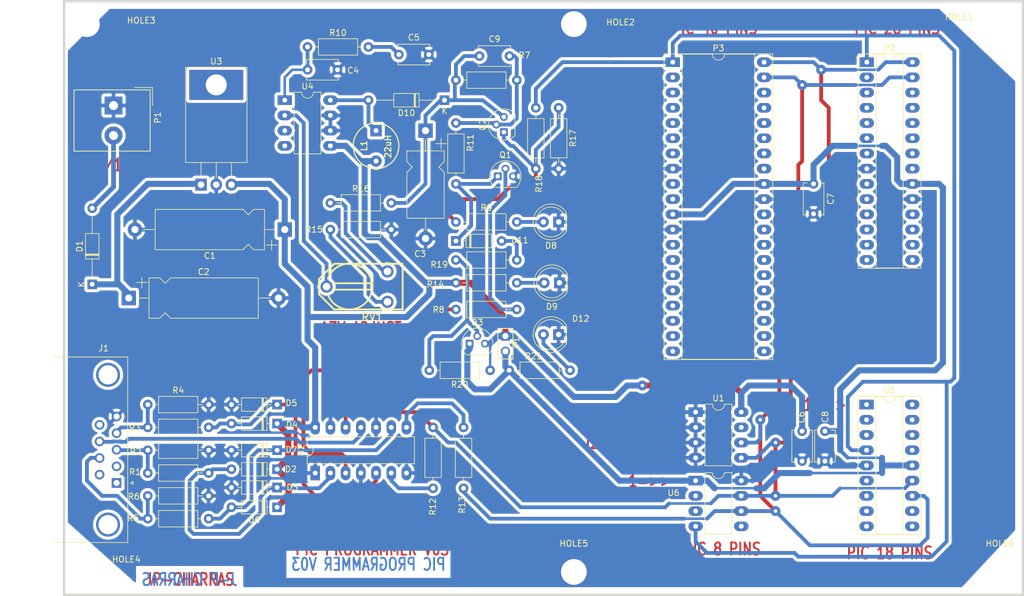
<source format=kicad_pcb>
(kicad_pcb (version 20220818) (generator pcbnew)
  (title_block (title "SERIAL PIC PROGRAMMER"))
  (layers (0 "F.Cu" signal "top_copper") (31 "B.Cu" signal "bottom_copper") (34 "B.Paste" user) (35 "F.Paste" user) (36 "B.SilkS" user "B.Silkscreen") (37 "F.SilkS" user "F.Silkscreen") (38 "B.Mask" user) (39 "F.Mask" user) (44 "Edge.Cuts" user))
  (net 0 "")
  (net 1 "Net-(D1-K)")
  (net 2 "Net-(U4-Vc)")
  (net 3 "GND")
  (net 4 "VCC")
  (net 5 "VPP")
  (net 6 "VCC_PIC")
  (net 7 "Net-(Q2-B)")
  (net 8 "/pic_programmer/PC-CLOCK-OUT")
  (net 9 "VPP-MCLR")
  (net 10 "CLOCK-RB6")
  (net 11 "DATA-RB7")
  (net 12 "Net-(D1-A)")
  (net 13 "Net-(D2-A)")
  (net 14 "Net-(C5-Pad1)")
  (net 15 "Net-(D4-A)")
  (net 16 "Net-(D6-A)")
  (net 17 "Net-(D8-A)")
  (net 18 "Net-(D9-A)")
  (net 19 "Net-(D10-A)")
  (net 20 "Net-(D11-K)")
  (net 21 "Net-(D11-A)")
  (net 22 "Net-(D12-A)")
  (net 25 "Net-(R8-Pad1)")
  (net 26 "Net-(R12-Pad1)")
  (net 27 "Net-(R13-Pad1)")
  (net 28 "Net-(R15-Pad1)")
  (net 29 "Net-(R16-Pad1)")
  (net 30 "Net-(Q1-B)")
  (net 31 "Net-(Q2-C)")
  (net 32 "/pic_programmer/VPP_ON")
  (net 33 "/pic_programmer/PC-DATA-OUT")
  (net 34 "/pic_programmer/PC-DATA-IN")
  (net 37 "Net-(Q3-B)")
  (net 38 "Net-(U4-FB+)")
  (footprint "Package_DIP:DIP-40_W15.24mm_Socket_LongPads" (layer "F.Cu") (at 175.26 50.8)
    (fp_text reference "P3")
    (fp_text value "SUPP40")
  )
  (footprint "pic_programmer_fp:MountingHole_4.3mm_M4_DIN965" (layer "F.Cu") (at 229.87 44.45)
    (fp_text reference "HOLE1")
    (fp_text value "P***")
  )
  (footprint "pic_programmer_fp:MountingHole_4.3mm_M4_DIN965" (layer "F.Cu") (at 229.87 135.89)
    (fp_text reference "HOLE6")
    (fp_text value "P***")
  )
  (footprint "pic_programmer_fp:MountingHole_4.3mm_M4_DIN965" (layer "F.Cu") (at 77.47 44.45)
    (fp_text reference "HOLE3")
    (fp_text value "P***")
  )
  (footprint "pic_programmer_fp:MountingHole_4.3mm_M4_DIN965" (layer "F.Cu") (at 77.47 135.89)
    (fp_text reference "HOLE4")
    (fp_text value "P***")
  )
  (footprint "pic_programmer_fp:MountingHole_4.3mm_M4_DIN965" (layer "F.Cu") (at 158.75 135.89)
    (fp_text reference "HOLE5")
    (fp_text value "P***")
  )
  (footprint "pic_programmer_fp:MountingHole_4.3mm_M4_DIN965" (layer "F.Cu") (at 158.75 44.45)
    (fp_text reference "HOLE2")
    (fp_text value "P***")
  )
  (footprint "Package_DIP:DIP-28_W7.62mm_Socket_LongPads" (layer "F.Cu") (at 207.645 50.8)
    (fp_text reference "P2")
    (fp_text value "SUPP28")
  )
  (footprint "Capacitor_THT:CP_Axial_L18.0mm_D6.5mm_P25.00mm_Horizontal" (layer "F.Cu") (at 110.49 78.74 180)
    (fp_text reference "C1")
    (fp_text value "100uF")
  )
  (footprint "Capacitor_THT:CP_Axial_L18.0mm_D6.5mm_P25.00mm_Horizontal" (layer "F.Cu") (at 84.455 90.17)
    (fp_text reference "C2")
    (fp_text value "220uF")
  )
  (footprint "Capacitor_THT:CP_Axial_L11.0mm_D6.0mm_P18.00mm_Horizontal" (layer "F.Cu") (at 133.985 62.23 -90)
    (fp_text reference "C3")
    (fp_text value "22uF/25V")
  )
  (footprint "Capacitor_THT:C_Disc_D5.1mm_W3.2mm_P5.00mm" (layer "F.Cu") (at 114.3 52.07)
    (fp_text reference "C4")
    (fp_text value "0")
  )
  (footprint "Capacitor_THT:C_Disc_D5.1mm_W3.2mm_P5.00mm" (layer "F.Cu") (at 129.54 49.53)
    (fp_text reference "C5")
    (fp_text value "10nF")
  )
  (footprint "Capacitor_THT:C_Disc_D5.1mm_W3.2mm_P5.00mm" (layer "F.Cu") (at 196.85 112.395 -90)
    (fp_text reference "C6")
    (fp_text value "100nF")
  )
  (footprint "Capacitor_THT:C_Disc_D5.1mm_W3.2mm_P5.00mm" (layer "F.Cu") (at 198.755 71.12 -90)
    (fp_text reference "C7")
    (fp_text value "100nF")
  )
  (footprint "Capacitor_THT:C_Disc_D5.1mm_W3.2mm_P5.00mm" (layer "F.Cu") (at 200.66 112.395 -90)
    (fp_text reference "C8")
    (fp_text value "100nF")
  )
  (footprint "Capacitor_THT:C_Disc_D5.1mm_W3.2mm_P5.00mm" (layer "F.Cu") (at 143.002 49.784)
    (fp_text reference "C9")
    (fp_text value "22OnF")
  )
  (footprint "Diode_THT:D_DO-35_SOD27_P12.70mm_Horizontal" (layer "F.Cu") (at 78.359 87.884 90)
    (fp_text reference "D1")
    (fp_text value "1N4004")
  )
  (footprint "pic_programmer_fp:D_DO-35_SOD27_P7.62mm_Horizontal" (layer "F.Cu") (at 109.22 118.745 180)
    (fp_text reference "D2")
    (fp_text value "BAT43")
  )
  (footprint "pic_programmer_fp:D_DO-35_SOD27_P7.62mm_Horizontal" (layer "F.Cu") (at 109.22 121.793 180)
    (fp_text reference "D3")
    (fp_text value "BAT43")
  )
  (footprint "pic_programmer_fp:D_DO-35_SOD27_P7.62mm_Horizontal" (layer "F.Cu") (at 109.22 111.125 180)
    (fp_text reference "D4")
    (fp_text value "BAT43")
  )
  (footprint "pic_programmer_fp:D_DO-35_SOD27_P7.62mm_Horizontal" (layer "F.Cu") (at 109.22 107.95 180)
    (fp_text reference "D5")
    (fp_text value "BAT43")
  )
  (footprint "pic_programmer_fp:D_DO-35_SOD27_P7.62mm_Horizontal" (layer "F.Cu") (at 109.22 125.095 180)
    (fp_text reference "D6")
    (fp_text value "BAT43")
  )
  (footprint "pic_programmer_fp:D_DO-35_SOD27_P7.62mm_Horizontal" (layer "F.Cu") (at 109.22 115.57 180)
    (fp_text reference "D7")
    (fp_text value "BAT43")
  )
  (footprint "LED_THT:LED_D5.0mm" (layer "F.Cu") (at 156.21 77.47 180)
    (fp_text reference "D8")
    (fp_text value "RED-LED")
  )
  (footprint "LED_THT:LED_D5.0mm" (layer "F.Cu") (at 156.337 87.63 180)
    (fp_text reference "D9")
    (fp_text value "GREEN-LED")
  )
  (footprint "Diode_THT:D_DO-35_SOD27_P12.70mm_Horizontal" (layer "F.Cu") (at 137.16 57.15 180)
    (fp_text reference "D10")
    (fp_text value "SCHOTTKY")
  )
  (footprint "pic_programmer_fp:D_DO-35_SOD27_P7.62mm_Horizontal" (layer "F.Cu") (at 139.065 80.645)
    (fp_text reference "D11")
    (fp_text value "BAT43")
  )
  (footprint "LED_THT:LED_D5.0mm" (layer "F.Cu") (at 156.21 96.266 180)
    (fp_text reference "D12")
    (fp_text value "YELLOW-LED")
  )
  (footprint "Connector_Dsub:DSUB-9_Female_Horizontal_P2.77x2.84mm_EdgePinOffset7.70mm_Housed_MountingHolesOffset9.12mm" (layer "F.Cu") (at 82.423 121.031 -90)
    (fp_text reference "J1")
    (fp_text value "DB9-FEMAL")
  )
  (footprint "pin_array:PIN_ARRAY_2X1" (layer "F.Cu") (at 147.32 97.79 -90)
    (fp_text reference "JP1")
    (fp_text value "JUMPER" hide)
  )
  (footprint "inductors:INDUCTOR_V" (layer "F.Cu") (at 125.73 64.77 -90)
    (fp_text reference "L1")
    (fp_text value "22uH")
  )
  (footprint "TerminalBlock_Altech:Altech_AK300_1x02_P5.00mm_45-Degree" (layer "F.Cu") (at 81.915 58.039 -90)
    (fp_text reference "P1")
    (fp_text value "CONN_2")
  )
  (footprint "pic_programmer_fp:TO-92" (layer "F.Cu") (at 146.05 69.85)
    (fp_text reference "Q1")
    (fp_text value "BC237")
  )
  (footprint "pic_programmer_fp:TO-92" (layer "F.Cu") (at 147.066 62.484 90)
    (fp_text reference "Q2")
    (fp_text value "BC307")
  )
  (footprint "pic_programmer_fp:TO-92" (layer "F.Cu") (at 141.351 97.79)
    (fp_text reference "Q3")
    (fp_text value "BC307")
  )
  (footprint "pic_programmer_fp:R_Axial_DIN0207_L6.3mm_D2.5mm_P10.16mm_Horizontal" (layer "F.Cu") (at 87.63 115.57)
    (fp_text reference "R2")
    (fp_text value "10K")
  )
  (footprint "pic_programmer_fp:R_Axial_DIN0207_L6.3mm_D2.5mm_P10.16mm_Horizontal" (layer "F.Cu") (at 87.63 111.76)
    (fp_text reference "R3")
    (fp_text value "10K")
  )
  (footprint "pic_programmer_fp:R_Axial_DIN0207_L6.3mm_D2.5mm_P10.16mm_Horizontal" (layer "F.Cu") (at 87.63 107.95)
    (fp_text reference "R4")
    (fp_text value "10K")
  )
  (footprint "pic_programmer_fp:R_Axial_DIN0207_L6.3mm_D2.5mm_P10.16mm_Horizontal" (layer "F.Cu") (at 87.63 127)
    (fp_text reference "R5")
    (fp_text value "10K")
  )
  (footprint "pic_programmer_fp:R_Axial_DIN0207_L6.3mm_D2.5mm_P10.16mm_Horizontal" (layer "F.Cu") (at 87.63 123.19)
    (fp_text reference "R6")
    (fp_text value "10K")
  )
  (footprint "pic_programmer_fp:R_Axial_DIN0207_L6.3mm_D2.5mm_P10.16mm_Horizontal" (layer "F.Cu") (at 139.065 53.7972)
    (fp_text reference "R7")
    (fp_text value "10K")
  )
  (footprint "pic_programmer_fp:R_Axial_DIN0207_L6.3mm_D2.5mm_P10.16mm_Horizontal" (layer "F.Cu") (at 139.065 92.075)
    (fp_text reference "R8")
    (fp_text value "1K")
  )
  (footprint "pic_programmer_fp:R_Axial_DIN0207_L6.3mm_D2.5mm_P10.16mm_Horizontal" (layer "F.Cu") (at 139.065 77.47)
    (fp_text reference "R9")
    (fp_text value "2.2K")
  )
  (footprint "pic_programmer_fp:R_Axial_DIN0207_L6.3mm_D2.5mm_P10.16mm_Horizontal" (layer "F.Cu") (at 114.3 48.26)
    (fp_text reference "R10")
    (fp_text value "5.1K")
  )
  (footprint "pic_programmer_fp:R_Axial_DIN0207_L6.3mm_D2.5mm_P10.16mm_Horizontal" (layer "F.Cu") (at 139.065 71.12 90)
    (fp_text reference "R11")
    (fp_text value "22K")
  )
  (footprint "pic_programmer_fp:R_Axial_DIN0207_L6.3mm_D2.5mm_P10.16mm_Horizontal" (layer "F.Cu") (at 135.255 121.92 90)
    (fp_text reference "R12")
    (fp_text value "470")
  )
  (footprint "pic_programmer_fp:R_Axial_DIN0207_L6.3mm_D2.5mm_P10.16mm_Horizontal" (layer "F.Cu") (at 140.335 111.76 -90)
    (fp_text reference "R13")
    (fp_text value "470")
  )
  (footprint "pic_programmer_fp:R_Axial_DIN0207_L6.3mm_D2.5mm_P10.16mm_Horizontal" (layer "F.Cu") (at 139.065 87.63)
    (fp_text reference "R14")
    (fp_text value "470")
  )
  (footprint "pic_programmer_fp:R_Axial_DIN0207_L6.3mm_D2.5mm_P10.16mm_Horizontal" (layer "F.Cu") (at 118.11 78.74)
    (fp_text reference "R15")
    (fp_text value "6.2K")
  )
  (footprint "pic_programmer_fp:R_Axial_DIN0207_L6.3mm_D2.5mm_P10.16mm_Horizontal" (layer "F.Cu") (at 156.21 58.42 -90)
    (fp_text reference "R17")
    (fp_text value "22K")
  )
  (footprint "pic_programmer_fp:R_Axial_DIN0207_L6.3mm_D2.5mm_P10.16mm_Horizontal" (layer "F.Cu") (at 152.4 68.58 90)
    (fp_text reference "R18")
    (fp_text value "220")
  )
  (footprint "pic_programmer_fp:R_Axial_DIN0207_L6.3mm_D2.5mm_P10.16mm_Horizontal" (layer "F.Cu") (at 149.225 83.82 180)
    (fp_text reference "R19")
    (fp_text value "2.2K")
  )
  (footprint "pic_programmer_fp:R_Axial_DIN0207_L6.3mm_D2.5mm_P10.16mm_Horizontal" (layer "F.Cu") (at 147.955 102.235)
    (fp_text reference "R21")
    (fp_text value "470")
  )
  (footprint "pic_programmer_fp:RV2X4" (layer "F.Cu") (at 127.635 90.805 180)
    (fp_text reference "RV1")
    (fp_text value "1K")
  )
  (footprint "Package_DIP:DIP-8_W7.62mm_LongPads" (layer "F.Cu") (at 179.07 109.22)
    (fp_text reference "U1")
    (fp_text value "24Cxx")
  )
  (footprint "Package_DIP:DIP-14_W7.62mm_LongPads" (layer "F.Cu") (at 115.57 119.38 90)
    (fp_text reference "U2")
    (fp_text value "74HC125")
  )
  (footprint "pic_programmer_fp:TO-220-3_Horizontal_TabDown" (layer "F.Cu") (at 96.52 71.247)
    (fp_text reference "U3")
    (fp_text value "7805")
  )
  (footprint "Package_DIP:DIP-8_W7.62mm_LongPads" (layer "F.Cu") (at 110.49 57.15)
    (fp_text reference "U4")
    (fp_text value "LT1373")
  )
  (footprint "Package_DIP:DIP-18_W7.62mm_Socket_LongPads" (layer "F.Cu") (at 207.6 107.95)
    (fp_text reference "U5")
    (fp_text value "PIC_18_PINS")
  )
  (footprint "Package_DIP:DIP-8_W7.62mm_LongPads" (layer "F.Cu") (at 179.07 120.65)
    (fp_text reference "U6")
    (fp_text value "PIC_8_PINS")
  )
  (footprint "pic_programmer_fp:R_Axial_DIN0207_L6.3mm_D2.5mm_P10.16mm_Horizontal" (layer "F.Cu") (at 87.63 119.38)
    (fp_text reference "R1")
    (fp_text value "10K")
  )
  (footprint "pic_programmer_fp:R_Axial_DIN0207_L6.3mm_D2.5mm_P10.16mm_Horizontal" (layer "F.Cu") (at 144.78 102.235 180)
    (fp_text reference "R20")
    (fp_text value "2.2K")
  )
  (footprint "pic_programmer_fp:R_Axial_DIN0207_L6.3mm_D2.5mm_P10.16mm_Horizontal" (layer "F.Cu") (at 118.11 74.295)
    (fp_text reference "R16")
    (fp_text value "62K")
  )
  (gr_line (start 173.99 40.64) (end 233.68 40.64) (stroke (width 0.381)) (layer "Edge.Cuts"))
  (gr_line (start 233.68 139.7) (end 73.66 139.7) (stroke (width 0.381)) (layer "Edge.Cuts"))
  (gr_line (start 73.66 40.64) (end 173.99 40.64) (stroke (width 0.381)) (layer "Edge.Cuts"))
  (gr_line (start 73.66 139.7) (end 73.66 40.64) (stroke (width 0.381)) (layer "Edge.Cuts"))
  (gr_line (start 233.68 40.64) (end 233.68 139.7) (stroke (width 0.381)) (layer "Edge.Cuts"))
  (gr_text "PIC 28 PINS" (at 212.725 45.085) (layer "F.Cu") (effects (font (size 2.032 1.524) (thickness 0.3048))))
  (gr_text "PIC 8 PINS" (at 183.515 132.08) (layer "F.Cu") (effects (font (size 2.032 1.524) (thickness 0.3048))))
  (gr_text "VCC ON" (at 163.322 96.901) (layer "F.Cu") (effects (font (size 2.032 1.524) (thickness 0.3048))))
  (gr_text "PIC PROGRAMMER V03" (at 125.095 132.08) (layer "F.Cu") (effects (font (size 2.032 1.524) (thickness 0.3048))))
  (gr_text "1=>>" (at 167.64 48.895) (layer "F.Cu") (effects (font (size 2.032 1.524) (thickness 0.3048))))
  (gr_text "PIC 40 PINS" (at 182.245 45.085) (layer "F.Cu") (effects (font (size 2.032 1.524) (thickness 0.3048))))
  (gr_text "1=>>" (at 171.45 109.22) (layer "F.Cu") (effects (font (size 2.032 1.524) (thickness 0.3048))))
  (gr_text "VPP ON" (at 163.449 76.835) (layer "F.Cu") (effects (font (size 2.032 1.524) (thickness 0.3048))))
  (gr_text "1=>>" (at 201.295 48.895) (layer "F.Cu") (effects (font (size 2.032 1.524) (thickness 0.3048))))
  (gr_text "JP-CHARRAS" (at 94.615 137.16) (layer "F.Cu") (effects (font (size 2.032 1.524) (thickness 0.3048))))
  (gr_text "I2C PROM" (at 166.37 114.3) (layer "F.Cu") (effects (font (size 2.032 1.524) (thickness 0.3048))))
  (gr_text "+8/12V" (at 81.534 67.945) (layer "F.Cu") (effects (font (size 2.032 1.524) (thickness 0.3048))))
  (gr_text "PIC 18 PINS" (at 211.455 132.715) (layer "F.Cu") (effects (font (size 2.032 1.524) (thickness 0.3048))))
  (gr_text "PWR ON" (at 163.449 88.011) (layer "F.Cu") (effects (font (size 2.032 1.524) (thickness 0.3048))))
  (gr_text "13V ADJUST" (at 123.19 95.25) (layer "F.Cu") (effects (font (size 2.032 1.524) (thickness 0.3048))))
  (gr_text "1=>>" (at 171.45 120.65) (layer "F.Cu") (effects (font (size 2.032 1.524) (thickness 0.3048))))
  (gr_text "1=>>" (at 200.66 107.95) (layer "F.Cu") (effects (font (size 2.032 1.524) (thickness 0.3048))))
  (gr_text "PIC PROGRAMMER V03" (at 124.46 134.62) (layer "B.Cu") (effects (font (size 2.032 1.524) (thickness 0.3048)) (justify mirror)))
  (gr_text "J-P CHARRAS" (at 94.615 137.16) (layer "B.Cu") (effects (font (size 2.032 1.524) (thickness 0.3048)) (justify mirror)))
  (segment (start 82.55 76.2) (end 87.63 71.12) (width 1.016) (layer "B.Cu") (net 1))
  (segment (start 82.296 87.884) (end 78.359 87.884) (width 1.016) (layer "B.Cu") (net 1))
  (segment (start 82.55 87.63) (end 82.55 76.2) (width 1.016) (layer "B.Cu") (net 1))
  (segment (start 84.455 89.535) (end 82.55 87.63) (width 1.016) (layer "B.Cu") (net 1))
  (segment (start 87.63 71.12) (end 96.52 71.12) (width 1.016) (layer "B.Cu") (net 1))
  (segment (start 82.55 87.63) (end 82.296 87.884) (width 1.016) (layer "B.Cu") (net 1))
  (segment (start 84.455 90.17) (end 84.455 89.535) (width 1.016) (layer "B.Cu") (net 1))
  (segment (start 114.3 48.26) (end 114.3 52.07) (width 0.635) (layer "B.Cu") (net 2))
  (segment (start 110.49 57.15) (end 110.49 53.34) (width 0.4318) (layer "B.Cu") (net 2))
  (segment (start 111.76 52.07) (end 114.3 52.07) (width 0.4318) (layer "B.Cu") (net 2))
  (segment (start 110.49 53.34) (end 111.76 52.07) (width 0.4318) (layer "B.Cu") (net 2))
  (segment (start 111.0742 116.8908) (end 109.22 118.745) (width 1.016) (layer "F.Cu") (net 4))
  (segment (start 139.065 87.63) (end 141.478 87.63) (width 1.016) (layer "F.Cu") (net 4))
  (segment (start 141.478 87.63) (end 147.32 93.472) (width 1.016) (layer "F.Cu") (net 4))
  (segment (start 111.125 120.65) (end 111.125 123.19) (width 1.016) (layer "F.Cu") (net 4))
  (segment (start 185.42 104.775) (end 186.69 106.045) (width 1.016) (layer "F.Cu") (net 4))
  (segment (start 147.32 93.472) (end 147.32 96.52) (width 1.016) (layer "F.Cu") (net 4))
  (segment (start 111.0742 113.0808) (end 111.0742 116.8908) (width 1.016) (layer "F.Cu") (net 4))
  (segment (start 110.49 112.395) (end 110.49 112.4966) (width 1.016) (layer "F.Cu") (net 4))
  (segment (start 110.49 112.4966) (end 111.0742 113.0808) (width 1.016) (layer "F.Cu") (net 4))
  (segment (start 109.22 118.745) (end 111.125 120.65) (width 1.016) (layer "F.Cu") (net 4))
  (segment (start 186.69 106.045) (end 186.69 109.22) (width 1.016) (layer "F.Cu") (net 4))
  (segment (start 111.125 123.19) (end 109.855 124.46) (width 1.016) (layer "F.Cu") (net 4))
  (segment (start 170.18 104.775) (end 185.42 104.775) (width 1.016) (layer "F.Cu") (net 4))
  (segment (start 109.22 111.125) (end 110.49 112.395) (width 1.016) (layer "F.Cu") (net 4))
  (via (at 170.18 104.775) (size 1.651) (drill 0.6) (layers "F.Cu" "B.Cu") (net 4))
  (segment (start 123.19 67.31) (end 120.65 64.77) (width 1.016) (layer "B.Cu") (net 4))
  (segment (start 101.6 71.12) (end 107.95 71.12) (width 1.016) (layer "B.Cu") (net 4))
  (segment (start 134.62 89.535) (end 134.62 87.63) (width 1.016) (layer "B.Cu") (net 4))
  (segment (start 123.825 67.31) (end 123.19 67.31) (width 1.016) (layer "B.Cu") (net 4))
  (segment (start 147.32 96.52) (end 146.05 96.52) (width 1.016) (layer "B.Cu") (net 4))
  (segment (start 158.75 106.68) (end 165.735 106.68) (width 1.016) (layer "B.Cu") (net 4))
  (segment (start 126.365 80.01) (end 124.46 80.01) (width 1.016) (layer "B.Cu") (net 4))
  (segment (start 118.11 64.77) (end 120.65 64.77) (width 1.016) (layer "B.Cu") (net 4))
  (segment (start 114.3 93.345) (end 114.3 97.155) (width 1.016) (layer "B.Cu") (net 4))
  (segment (start 114.3 93.345) (end 130.81 93.345) (width 1.016) (layer "B.Cu") (net 4))
  (segment (start 114.3 97.155) (end 115.57 98.425) (width 1.016) (layer "B.Cu") (net 4))
  (segment (start 186.69 106.045) (end 187.96 104.775) (width 1.016) (layer "B.Cu") (net 4))
  (segment (start 115.57 98.425) (end 115.57 111.76) (width 1.016) (layer "B.Cu") (net 4))
  (segment (start 130.81 93.345) (end 134.62 89.535) (width 1.016) (layer "B.Cu") (net 4))
  (segment (start 165.735 106.68) (end 167.64 104.775) (width 1.016) (layer "B.Cu") (net 4))
  (segment (start 148.59 96.52) (end 158.75 106.68) (width 1.016) (layer "B.Cu") (net 4))
  (segment (start 124.46 80.01) (end 123.825 79.375) (width 1.016) (layer "B.Cu") (net 4))
  (segment (start 113.3856 111.76) (end 115.57 111.76) (width 1.016) (layer "B.Cu") (net 4))
  (segment (start 196.85 112.395) (end 196.85 106.68) (width 1.016) (layer "B.Cu") (net 4))
  (segment (start 134.62 87.63) (end 133.985 87.63) (width 1.016) (layer "B.Cu") (net 4))
  (segment (start 146.05 96.52) (end 144.78 97.79) (width 1.016) (layer "B.Cu") (net 4))
  (segment (start 144.78 102.235) (end 144.78 97.79) (width 0.4) (layer "B.Cu") (net 4))
  (segment (start 144.78 97.79) (end 143.891 97.79) (width 1.016) (layer "B.Cu") (net 4))
  (segment (start 109.22 111.125) (end 112.7506 111.125) (width 1.016) (layer "B.Cu") (net 4))
  (segment (start 125.73 67.31) (end 123.825 67.31) (width 1.016) (layer "B.Cu") (net 4))
  (segment (start 167.64 104.775) (end 170.18 104.775) (width 1.016) (layer "B.Cu") (net 4))
  (segment (start 139.065 87.63) (end 134.62 87.63) (width 1.016) (layer "B.Cu") (net 4))
  (segment (start 114.3 88.265) (end 114.3 93.345) (width 1.016) (layer "B.Cu") (net 4))
  (segment (start 110.49 73.66) (end 107.95 71.12) (width 1.016) (layer "B.Cu") (net 4))
  (segment (start 196.85 106.68) (end 194.945 104.775) (width 1.016) (layer "B.Cu") (net 4))
  (segment (start 147.32 96.52) (end 148.59 96.52) (width 1.016) (layer "B.Cu") (net 4))
  (segment (start 186.69 109.22) (end 186.69 106.045) (width 1.016) (layer "B.Cu") (net 4))
  (segment (start 112.7506 111.125) (end 113.3856 111.76) (width 1.016) (layer "B.Cu") (net 4))
  (segment (start 133.985 87.63) (end 126.365 80.01) (width 1.016) (layer "B.Cu") (net 4))
  (segment (start 187.96 104.775) (end 194.945 104.775) (width 1.016) (layer "B.Cu") (net 4))
  (segment (start 123.825 79.375) (end 123.825 67.31) (width 1.016) (layer "B.Cu") (net 4))
  (segment (start 110.49 78.74) (end 110.49 73.66) (width 1.016) (layer "B.Cu") (net 4))
  (segment (start 110.49 84.455) (end 114.3 88.265) (width 1.016) (layer "B.Cu") (net 4))
  (segment (start 110.49 78.74) (end 110.49 84.455) (width 1.016) (layer "B.Cu") (net 4))
  (segment (start 138.8872 53.975) (end 139.065 53.7972) (width 0.635) (layer "B.Cu") (net 5))
  (segment (start 138.8872 57.15) (end 138.8872 53.975) (width 0.635) (layer "B.Cu") (net 5))
  (segment (start 137.16 57.15) (end 138.8872 57.15) (width 0.635) (layer "B.Cu") (net 5))
  (segment (start 130.81 74.295) (end 128.27 74.295) (width 0.635) (layer "B.Cu") (net 5))
  (segment (start 133.985 62.23) (end 133.985 71.12) (width 0.635) (layer "B.Cu") (net 5))
  (segment (start 138.8872 57.15) (end 143.51 57.15) (width 0.635) (layer "B.Cu") (net 5))
  (segment (start 133.985 62.23) (end 133.985 59.69) (width 0.635) (layer "B.Cu") (net 5))
  (segment (start 136.525 57.15) (end 137.16 57.15) (width 0.635) (layer "B.Cu") (net 5))
  (segment (start 133.985 71.12) (end 130.81 74.295) (width 0.635) (layer "B.Cu") (net 5))
  (segment (start 139.065 51.181) (end 140.462 49.784) (width 0.635) (layer "B.Cu") (net 5))
  (segment (start 139.065 53.7972) (end 139.065 51.181) (width 0.635) (layer "B.Cu") (net 5))
  (segment (start 143.51 57.15) (end 147.066 59.944) (width 0.635) (layer "B.Cu") (net 5))
  (segment (start 136.525 57.15) (end 133.985 59.69) (width 0.635) (layer "B.Cu") (net 5))
  (segment (start 140.462 49.784) (end 143.002 49.784) (width 0.635) (layer "B.Cu") (net 5))
  (segment (start 190.5 121.92) (end 193.04 119.38) (width 1.016) (layer "B.Cu") (net 6))
  (segment (start 204.47 116.84) (end 210.185 116.84) (width 0.4318) (layer "B.Cu") (net 6))
  (segment (start 219.075 102.235) (end 220.345 100.965) (width 1.016) (layer "B.Cu") (net 6))
  (segment (start 175.26 76.2) (end 180.34 76.2) (width 1.016) (layer "B.Cu") (net 6))
  (segment (start 185.42 71.12) (end 190.5 71.12) (width 1.016) (layer "B.Cu") (net 6))
  (segment (start 210.185 119.38) (end 210.185 118.11) (width 1.016) (layer "B.Cu") (net 6))
  (segment (start 141.351 98.679) (end 141.351 97.79) (width 1.016) (layer "B.Cu") (net 6))
  (segment (start 198.12 119.38) (end 210.185 119.38) (width 0.4318) (layer "B.Cu") (net 6))
  (segment (start 203.2 105.41) (end 203.2 112.395) (width 1.016) (layer "B.Cu") (net 6))
  (segment (start 201.93 64.77) (end 205.74 64.77) (width 1.016) (layer "B.Cu") (net 6))
  (segment (start 166.37 120.65) (end 147.955 102.235) (width 1.016) (layer "B.Cu") (net 6))
  (segment (start 179.07 120.65) (end 180.975 120.65) (width 1.016) (layer "B.Cu") (net 6))
  (segment (start 144.78 105.41) (end 142.24 105.41) (width 1.016) (layer "B.Cu") (net 6))
  (segment (start 220.345 100.965) (end 220.345 71.755) (width 1.016) (layer "B.Cu") (net 6))
  (segment (start 212.725 70.485) (end 213.36 71.12) (width 1.016) (layer "B.Cu") (net 6))
  (segment (start 213.36 71.12) (end 215.265 71.12) (width 1.016) (layer "B.Cu") (net 6))
  (segment (start 189.23 121.92) (end 190.5 121.92) (width 1.016) (layer "B.Cu") (net 6))
  (segment (start 219.71 71.12) (end 215.265 71.12) (width 1.016) (layer "B.Cu") (net 6))
  (segment (start 203.2 112.395) (end 203.2 115.57) (width 1.016) (layer "B.Cu") (net 6))
  (segment (start 203.2 105.41) (end 206.375 102.235) (width 1.016) (layer "B.Cu") (net 6))
  (segment (start 179.07 120.65) (end 166.37 120.65) (width 1.016) (layer "B.Cu") (net 6))
  (segment (start 210.185 118.11) (end 210.185 116.84) (width 1.016) (layer "B.Cu") (net 6))
  (segment (start 147.32 99.06) (end 147.32 101.6) (width 1.016) (layer "B.Cu") (net 6))
  (segment (start 200.66 112.395) (end 203.2 112.395) (width 1.016) (layer "B.Cu") (net 6))
  (segment (start 210.185 64.77) (end 210.82 64.77) (width 1.016) (layer "B.Cu") (net 6))
  (segment (start 210.82 64.77) (end 212.725 66.675) (width 1.016) (layer "B.Cu") (net 6))
  (segment (start 190.5 71.12) (end 198.755 71.12) (width 1.016) (layer "B.Cu") (net 6))
  (segment (start 140.97 99.06) (end 141.351 98.679) (width 1.016) (layer "B.Cu") (net 6))
  (segment (start 198.755 71.12) (end 198.755 67.945) (width 1.016) (layer "B.Cu") (net 6))
  (segment (start 206.375 102.235) (end 219.075 102.235) (width 1.016) (layer "B.Cu") (net 6))
  (segment (start 198.755 67.945) (end 201.93 64.77) (width 1.016) (layer "B.Cu") (net 6))
  (segment (start 142.24 105.41) (end 140.97 104.14) (width 1.016) (layer "B.Cu") (net 6))
  (segment (start 140.97 104.14) (end 140.97 99.06) (width 1.016) (layer "B.Cu") (net 6))
  (segment (start 205.74 64.77) (end 210.185 64.77) (width 0.4318) (layer "B.Cu") (net 6))
  (segment (start 182.245 121.92) (end 189.23 121.92) (width 0.4318) (layer "B.Cu") (net 6))
  (segment (start 193.04 119.38) (end 198.12 119.38) (width 1.016) (layer "B.Cu") (net 6))
  (segment (start 203.2 115.57) (end 204.47 116.84) (width 0.635) (layer "B.Cu") (net 6))
  (segment (start 147.955 102.235) (end 144.78 105.41) (width 1.016) (layer "B.Cu") (net 6))
  (segment (start 212.725 66.675) (end 212.725 70.485) (width 1.016) (layer "B.Cu") (net 6))
  (segment (start 220.345 71.755) (end 219.71 71.12) (width 1.016) (layer "B.Cu") (net 6))
  (segment (start 147.32 101.6) (end 147.955 102.235) (width 1.016) (layer "B.Cu") (net 6))
  (segment (start 210.185 118.11) (end 215.265 118.11) (width 1.016) (layer "B.Cu") (net 6))
  (segment (start 180.975 120.65) (end 182.245 121.92) (width 1.016) (layer "B.Cu") (net 6))
  (segment (start 180.34 76.2) (end 185.42 71.12) (width 1.016) (layer "B.Cu") (net 6))
  (segment (start 145.542 60.96) (end 145.796 61.214) (width 0.635) (layer "B.Cu") (net 7))
  (segment (start 149.225 60.198) (end 148.209 61.214) (width 0.635) (layer "B.Cu") (net 7))
  (segment (start 149.225 50.165) (end 149.225 60.198) (width 0.635) (layer "B.Cu") (net 7))
  (segment (start 139.065 60.96) (end 145.542 60.96) (width 0.635) (layer "B.Cu") (net 7))
  (segment (start 148.082 49.784) (end 148.844 49.784) (width 0.635) (layer "B.Cu") (net 7))
  (segment (start 148.209 61.214) (end 145.796 61.214) (width 0.635) (layer "B.Cu") (net 7))
  (segment (start 148.844 49.784) (end 149.225 50.165) (width 0.635) (layer "B.Cu") (net 7))
  (segment (start 82.55 123.19) (end 80.01 123.19) (width 0.635) (layer "B.Cu") (net 8))
  (segment (start 80.01 123.19) (end 77.47 120.65) (width 0.635) (layer "B.Cu") (net 8))
  (segment (start 77.47 117.475) (end 78.105 116.84) (width 0.635) (layer "B.Cu") (net 8))
  (segment (start 87.63 127) (end 87.63 123.19) (width 0.635) (layer "B.Cu") (net 8))
  (segment (start 78.105 116.84) (end 80.01 116.84) (width 0.635) (layer "B.Cu") (net 8))
  (segment (start 77.47 120.65) (end 77.47 117.475) (width 0.635) (layer "B.Cu") (net 8))
  (segment (start 87.63 127) (end 86.36 127) (width 0.635) (layer "B.Cu") (net 8))
  (segment (start 86.36 127) (end 82.55 123.19) (width 0.635) (layer "B.Cu") (net 8))
  (segment (start 218.44 133.35) (end 220.98 130.81) (width 0.635) (layer "B.Cu") (net 9))
  (segment (start 207.645 46.355) (end 176.53 46.355) (width 0.635) (layer "B.Cu") (net 9))
  (segment (start 222.25 48.895) (end 219.71 46.355) (width 0.635) (layer "B.Cu") (net 9))
  (segment (start 221.615 104.14) (end 220.98 104.14) (width 0.635) (layer "B.Cu") (net 9))
  (segment (start 207.645 50.8) (end 207.645 46.355) (width 0.635) (layer "B.Cu") (net 9))
  (segment (start 205.105 115.57) (end 204.47 114.935) (width 0.635) (layer "B.Cu") (net 9))
  (segment (start 207.645 115.57) (end 205.105 115.57) (width 0.635) (layer "B.Cu") (net 9))
  (segment (start 156.845 50.8) (end 152.4 55.245) (width 0.635) (layer "B.Cu") (net 9))
  (segment (start 179.07 130.81) (end 179.07 128.27) (width 0.635) (layer "B.Cu") (net 9))
  (segment (start 221.615 104.14) (end 222.25 103.505) (width 0.635) (layer "B.Cu") (net 9))
  (segment (start 222.25 48.895) (end 222.25 103.505) (width 0.635) (layer "B.Cu") (net 9))
  (segment (start 175.26 47.625) (end 176.53 46.355) (width 0.635) (layer "B.Cu") (net 9))
  (segment (start 175.26 50.8) (end 175.26 47.625) (width 0.635) (layer "B.Cu") (net 9))
  (segment (start 220.98 130.81) (end 220.98 104.14) (width 0.635) (layer "B.Cu") (net 9))
  (segment (start 195.58 132.715) (end 196.215 133.35) (width 0.635) (layer "B.Cu") (net 9))
  (segment (start 152.4 55.245) (end 152.4 58.42) (width 0.635) (layer "B.Cu") (net 9))
  (segment (start 179.07 130.81) (end 180.975 132.715) (width 0.635) (layer "B.Cu") (net 9))
  (segment (start 156.845 50.8) (end 175.26 50.8) (width 0.635) (layer "B.Cu") (net 9))
  (segment (start 204.47 114.935) (end 204.47 106.68) (width 0.635) (layer "B.Cu") (net 9))
  (segment (start 219.71 46.355) (end 207.645 46.355) (width 0.635) (layer "B.Cu") (net 9))
  (segment (start 204.47 106.68) (end 207.01 104.14) (width 0.635) (layer "B.Cu") (net 9))
  (segment (start 196.215 133.35) (end 218.44 133.35) (width 0.635) (layer "B.Cu") (net 9))
  (segment (start 195.58 132.715) (end 180.975 132.715) (width 0.635) (layer "B.Cu") (net 9))
  (segment (start 207.01 104.14) (end 220.98 104.14) (width 0.635) (layer "B.Cu") (net 9))
  (segment (start 196.215 67.945) (end 196.85 67.31) (width 0.635) (layer "F.Cu") (net 10))
  (segment (start 189.865 123.19) (end 192.405 125.73) (width 0.635) (layer "F.Cu") (net 10))
  (segment (start 189.865 110.49) (end 189.865 123.19) (width 0.635) (layer "F.Cu") (net 10))
  (segment (start 196.85 67.31) (end 196.85 54.61) (width 0.635) (layer "F.Cu") (net 10))
  (segment (start 193.04 107.315) (end 193.04 75.565) (width 0.635) (layer "F.Cu") (net 10))
  (segment (start 196.215 72.39) (end 196.215 67.945) (width 0.635) (layer "F.Cu") (net 10))
  (segment (start 193.04 107.315) (end 189.865 110.49) (width 0.635) (layer "F.Cu") (net 10))
  (segment (start 193.04 75.565) (end 196.215 72.39) (width 0.635) (layer "F.Cu") (net 10))
  (via (at 189.865 110.49) (size 1.651) (drill 0.6) (layers "F.Cu" "B.Cu") (net 10))
  (via (at 192.405 125.73) (size 1.651) (drill 0.6) (layers "F.Cu" "B.Cu") (net 10))
  (via (at 196.85 54.61) (size 1.651) (drill 0.6) (layers "F.Cu" "B.Cu") (net 10))
  (segment (start 190.5 53.34) (end 195.58 53.34) (width 0.635) (layer "B.Cu") (net 10))
  (segment (start 217.17 123.19) (end 215.265 123.19) (width 0.635) (layer "B.Cu") (net 10))
  (segment (start 144.78 127) (end 177.165 127) (width 0.635) (layer "B.Cu") (net 10))
  (segment (start 177.165 127) (end 180.975 127) (width 0.4318) (layer "B.Cu") (net 10))
  (segment (start 182.245 125.73) (end 180.975 127) (width 0.635) (layer "B.Cu") (net 10))
  (segment (start 216.535 131.445) (end 217.805 130.175) (width 0.635) (layer "B.Cu") (net 10))
  (segment (start 182.245 125.73) (end 186.69 125.73) (width 0.635) (layer "B.Cu") (net 10))
  (segment (start 189.865 113.665) (end 189.23 114.3) (width 0.635) (layer "B.Cu") (net 10))
  (segment (start 211.455 53.34) (end 210.185 54.61) (width 0.635) (layer "B.Cu") (net 10))
  (segment (start 198.12 131.445) (end 216.535 131.445) (width 0.635) (layer "B.Cu") (net 10))
  (segment (start 205.74 54.61) (end 208.915 54.61) (width 0.4318) (layer "B.Cu") (net 10))
  (segment (start 196.85 54.61) (end 205.74 54.61) (width 0.635) (layer "B.Cu") (net 10))
  (segment (start 217.805 130.175) (end 217.805 123.825) (width 0.635) (layer "B.Cu") (net 10))
  (segment (start 210.185 54.61) (end 208.915 54.61) (width 0.635) (layer "B.Cu") (net 10))
  (segment (start 189.23 114.3) (end 186.69 114.3) (width 0.635) (layer "B.Cu") (net 10))
  (segment (start 211.455 53.34) (end 215.265 53.34) (width 0.635) (layer "B.Cu") (net 10))
  (segment (start 189.865 110.49) (end 189.865 113.665) (width 0.635) (layer "B.Cu") (net 10))
  (segment (start 140.335 122.555) (end 144.78 127) (width 0.635) (layer "B.Cu") (net 10))
  (segment (start 192.405 125.73) (end 198.12 131.445) (width 0.635) (layer "B.Cu") (net 10))
  (segment (start 195.58 53.34) (end 196.85 54.61) (width 0.635) (layer "B.Cu") (net 10))
  (segment (start 140.335 121.92) (end 140.335 122.555) (width 0.635) (layer "B.Cu") (net 10))
  (segment (start 186.69 125.73) (end 192.405 125.73) (width 0.635) (layer "B.Cu") (net 10))
  (segment (start 217.805 123.825) (end 217.17 123.19) (width 0.635) (layer "B.Cu") (net 10))
  (segment (start 120.65 109.855) (end 121.285 109.22) (width 0.635) (layer "F.Cu") (net 11))
  (segment (start 120.65 111.76) (end 120.65 109.855) (width 0.635) (layer "F.Cu") (net 11))
  (segment (start 201.295 85.09) (end 194.945 91.44) (width 0.635) (layer "F.Cu") (net 11))
  (segment (start 121.285 109.22) (end 132.715 109.22) (width 0.635) (layer "F.Cu") (net 11))
  (segment (start 192.405 114.3) (end 192.405 123.19) (width 0.635) (layer "F.Cu") (net 11))
  (segment (start 194.31 114.3) (end 192.405 114.3) (width 0.635) (layer "F.Cu") (net 11))
  (segment (start 194.945 113.665) (end 194.31 114.3) (width 0.635) (layer "F.Cu") (net 11))
  (segment (start 200.025 57.15) (end 200.025 52.07) (width 0.635) (layer "F.Cu") (net 11))
  (segment (start 200.025 57.15) (end 201.295 58.42) (width 0.635) (layer "F.Cu") (net 11))
  (segment (start 194.945 91.44) (end 194.945 113.665) (width 0.635) (layer "F.Cu") (net 11))
  (segment (start 201.295 58.42) (end 201.295 85.09) (width 0.635) (layer "F.Cu") (net 11))
  (segment (start 132.715 109.22) (end 135.255 111.76) (width 0.635) (layer "F.Cu") (net 11))
  (via (at 192.405 114.3) (size 1.651) (drill 0.6) (layers "F.Cu" "B.Cu") (net 11))
  (via (at 192.405 123.19) (size 1.651) (drill 0.6) (layers "F.Cu" "B.Cu") (net 11))
  (via (at 200.025 52.07) (size 1.651) (drill 0.6) (layers "F.Cu" "B.Cu") (net 11))
  (segment (start 135.255 111.76) (end 137.795 114.3) (width 0.635) (layer "B.Cu") (net 11))
  (segment (start 181.61 124.46) (end 182.88 123.19) (width 0.635) (layer "B.Cu") (net 11))
  (segment (start 189.23 116.84) (end 186.69 116.84) (width 0.635) (layer "B.Cu") (net 11))
  (segment (start 182.88 123.19) (end 186.69 123.19) (width 0.635) (layer "B.Cu") (net 11))
  (segment (start 209.55 52.07) (end 210.82 50.8) (width 0.635) (layer "B.Cu") (net 11))
  (segment (start 215.265 50.8) (end 210.82 50.8) (width 0.635) (layer "B.Cu") (net 11))
  (segment (start 149.86 125.095) (end 173.99 125.095) (width 0.635) (layer "B.Cu") (net 11))
  (segment (start 198.755 50.8) (end 200.025 52.07) (width 0.635) (layer "B.Cu") (net 11))
  (segment (start 192.405 114.3) (end 191.77 114.3) (width 0.635) (layer "B.Cu") (net 11))
  (segment (start 200.025 52.07) (end 205.74 52.07) (width 0.635) (layer "B.Cu") (net 11))
  (segment (start 173.99 125.095) (end 174.625 124.46) (width 0.635) (layer "B.Cu") (net 11))
  (segment (start 201.93 123.19) (end 203.2 121.92) (width 0.635) (layer "B.Cu") (net 11))
  (segment (start 190.5 50.8) (end 198.755 50.8) (width 0.635) (layer "B.Cu") (net 11))
  (segment (start 139.065 114.3) (end 149.86 125.095) (width 0.635) (layer "B.Cu") (net 11))
  (segment (start 186.69 123.19) (end 192.405 123.19) (width 0.635) (layer "B.Cu") (net 11))
  (segment (start 203.2 121.92) (end 213.995 121.92) (width 0.4318) (layer "B.Cu") (net 11))
  (segment (start 191.77 114.3) (end 189.23 116.84) (width 0.635) (layer "B.Cu") (net 11))
  (segment (start 174.625 124.46) (end 181.61 124.46) (width 0.4318) (layer "B.Cu") (net 11))
  (segment (start 137.795 114.3) (end 139.065 114.3) (width 0.635) (layer "B.Cu") (net 11))
  (segment (start 192.405 123.19) (end 201.93 123.19) (width 0.635) (layer "B.Cu") (net 11))
  (segment (start 205.74 52.07) (end 209.55 52.07) (width 0.4318) (layer "B.Cu") (net 11))
  (segment (start 213.995 121.92) (end 215.265 120.65) (width 0.635) (layer "B.Cu") (net 11))
  (segment (start 78.359 75.184) (end 81.915 71.628) (width 0.8) (layer "B.Cu") (net 12))
  (segment (start 81.915 71.628) (end 81.915 63.039) (width 0.8) (layer "B.Cu") (net 12))
  (segment (start 109.22 121.92) (end 116.205 121.92) (width 0.635) (layer "B.Cu") (net 13))
  (segment (start 95.25 129.54) (end 102.87 129.54) (width 0.635) (layer "B.Cu") (net 13))
  (segment (start 97.79 119.38) (end 98.425 118.745) (width 0.635) (layer "B.Cu") (net 13))
  (segment (start 94.615 120.65) (end 94.615 128.905) (width 0.635) (layer "B.Cu") (net 13))
  (segment (start 94.615 128.905) (end 95.25 129.54) (width 0.635) (layer "B.Cu") (net 13))
  (segment (start 106.426 125.984) (end 106.426 123.3932) (width 0.635) (layer "B.Cu") (net 13))
  (segment (start 98.425 118.745) (end 101.6 118.745) (width 0.635) (layer "B.Cu") (net 13))
  (segment (start 118.11 120.015) (end 118.11 119.38) (width 0.635) (layer "B.Cu") (net 13))
  (segment (start 95.885 119.38) (end 94.615 120.65) (width 0.635) (layer "B.Cu") (net 13))
  (segment (start 97.79 119.38) (end 95.885 119.38) (width 0.635) (layer "B.Cu") (net 13))
  (segment (start 107.8992 121.92) (end 109.22 121.92) (width 0.635) (layer "B.Cu") (net 13))
  (segment (start 116.205 121.92) (end 118.11 120.015) (width 0.635) (layer "B.Cu") (net 13))
  (segment (start 102.87 129.54) (end 106.426 125.984) (width 0.635) (layer "B.Cu") (net 13))
  (segment (start 106.426 123.3932) (end 107.8992 121.92) (width 0.635) (layer "B.Cu") (net 13))
  (segment (start 128.27 48.26) (end 129.54 49.53) (width 0.635) (layer "B.Cu") (net 14))
  (segment (start 124.46 48.26) (end 128.27 48.26) (width 0.635) (layer "B.Cu") (net 14))
  (segment (start 112.2934 117.3734) (end 113.665 118.745) (width 0.635) (layer "F.Cu") (net 15))
  (segment (start 125.73 120.65) (end 125.73 119.38) (width 0.635) (layer "F.Cu") (net 15))
  (segment (start 109.22 107.95) (end 111.125 107.95) (width 0.635) (layer "F.Cu") (net 15))
  (segment (start 111.125 107.95) (end 112.2934 109.1184) (width 0.635) (layer "F.Cu") (net 15))
  (segment (start 123.19 123.19) (end 125.73 120.65) (width 0.635) (layer "F.Cu") (net 15))
  (segment (start 112.2934 109.1184) (end 112.2934 117.3734) (width 0.635) (layer "F.Cu") (net 15))
  (segment (start 115.57 123.19) (end 123.19 123.19) (width 0.635) (layer "F.Cu") (net 15))
  (segment (start 113.665 118.745) (end 113.665 121.285) (width 0.635) (layer "F.Cu") (net 15))
  (segment (start 113.665 121.285) (end 115.57 123.19) (width 0.635) (layer "F.Cu") (net 15))
  (segment (start 107.95 107.95) (end 109.22 107.95) (width 0.635) (layer "B.Cu") (net 15))
  (segment (start 106.807 109.093) (end 107.95 107.95) (width 0.635) (layer "B.Cu") (net 15))
  (segment (start 106.807 109.22) (end 104.775 111.252) (width 0.635) (layer "B.Cu") (net 15))
  (segment (start 106.807 109.22) (end 106.807 109.093) (width 0.635) (layer "B.Cu") (net 15))
  (segment (start 104.775 111.252) (end 101.727 111.252) (width 0.635) (layer "B.Cu") (net 15))
  (segment (start 99.695 111.125) (end 101.6 111.125) (width 0.635) (layer "B.Cu") (net 15))
  (segment (start 97.79 111.76) (end 99.06 111.76) (width 0.635) (layer "B.Cu") (net 15))
  (segment (start 101.727 111.252) (end 101.6 111.125) (width 0.635) (layer "B.Cu") (net 15))
  (segment (start 99.06 111.76) (end 99.695 111.125) (width 0.635) (layer "B.Cu") (net 15))
  (segment (start 109.22 115.57) (end 125.73 115.57) (width 0.635) (layer "B.Cu") (net 16))
  (segment (start 103.8098 125.095) (end 101.6 125.095) (width 0.635) (layer "B.Cu") (net 16))
  (segment (start 99.695 127) (end 101.6 125.095) (width 0.635) (layer "B.Cu") (net 16))
  (segment (start 106.045 115.57) (end 104.9274 116.6876) (width 0.635) (layer "B.Cu") (net 16))
  (segment (start 99.695 127) (end 97.79 127) (width 0.635) (layer "B.Cu") (net 16))
  (segment (start 128.27 111.76) (end 128.27 113.03) (width 0.635) (layer "B.Cu") (net 16))
  (segment (start 104.9274 123.9774) (end 103.8098 125.095) (width 0.635) (layer "B.Cu") (net 16))
  (segment (start 128.27 113.03) (end 125.73 115.57) (width 0.635) (layer "B.Cu") (net 16))
  (segment (start 104.9274 116.6876) (end 104.9274 123.9774) (width 0.635) (layer "B.Cu") (net 16))
  (segment (start 109.22 115.57) (end 106.045 115.57) (width 0.635) (layer "B.Cu") (net 16))
  (segment (start 153.67 77.47) (end 149.225 77.47) (width 0.635) (layer "B.Cu") (net 17))
  (segment (start 153.67 87.63) (end 149.225 87.63) (width 0.635) (layer "B.Cu") (net 18))
  (segment (start 118.11 57.15) (end 124.46 57.15) (width 0.635) (layer "B.Cu") (net 19))
  (segment (start 124.46 57.15) (end 124.46 60.96) (width 0.635) (layer "B.Cu") (net 19))
  (segment (start 124.46 60.96) (end 125.73 62.23) (width 0.635) (layer "B.Cu") (net 19))
  (segment (start 141.605 73.66) (end 141.605 78.105) (width 0.635) (layer "B.Cu") (net 20))
  (segment (start 144.78 71.12) (end 139.065 71.12) (width 0.635) (layer "B.Cu") (net 20))
  (segment (start 139.065 71.12) (end 141.605 73.66) (width 0.635) (layer "B.Cu") (net 20))
  (segment (start 144.78 71.12) (end 146.05 69.85) (width 0.635) (layer "B.Cu") (net 20))
  (segment (start 141.605 78.105) (end 139.065 80.645) (width 0.635) (layer "B.Cu") (net 20))
  (segment (start 149.225 81.28) (end 149.225 83.82) (width 0.635) (layer "B.Cu") (net 21))
  (segment (start 148.59 80.645) (end 149.225 81.28) (width 0.635) (layer "B.Cu") (net 21))
  (segment (start 146.685 80.645) (end 148.59 80.645) (width 0.635) (layer "B.Cu") (net 21))
  (segment (start 153.67 97.79) (end 153.67 96.266) (width 0.635) (layer "B.Cu") (net 22))
  (segment (start 153.67 97.79) (end 158.115 102.235) (width 0.635) (layer "B.Cu") (net 22))
  (segment (start 113.6142 103.5558) (end 113.6142 114.8842) (width 0.635) (layer "F.Cu") (net 25))
  (segment (start 114.935 102.235) (end 113.6142 103.5558) (width 0.635) (layer "F.Cu") (net 25))
  (segment (start 120.015 116.205) (end 120.65 116.84) (width 0.635) (layer "F.Cu") (net 25))
  (segment (start 135.89 92.075) (end 125.73 102.235) (width 0.635) (layer "F.Cu") (net 25))
  (segment (start 114.935 116.205) (end 120.015 116.205) (width 0.635) (layer "F.Cu") (net 25))
  (segment (start 113.6142 114.8842) (end 114.935 116.205) (width 0.635) (layer "F.Cu") (net 25))
  (segment (start 125.73 102.235) (end 114.935 102.235) (width 0.635) (layer "F.Cu") (net 25))
  (segment (start 120.65 116.84) (end 120.65 119.38) (width 0.635) (layer "F.Cu") (net 25))
  (segment (start 139.065 92.075) (end 135.89 92.075) (width 0.635) (layer "F.Cu") (net 25))
  (segment (start 128.27 120.65) (end 129.54 121.92) (width 0.635) (layer "B.Cu") (net 26))
  (segment (start 129.54 121.92) (end 135.255 121.92) (width 0.635) (layer "B.Cu") (net 26))
  (segment (start 128.27 119.38) (end 128.27 120.65) (width 0.635) (layer "B.Cu") (net 26))
  (segment (start 132.6896 107.7468) (end 138.4046 107.7468) (width 0.635) (layer "B.Cu") (net 27))
  (segment (start 138.4046 107.7468) (end 140.335 109.6772) (width 0.635) (layer "B.Cu") (net 27))
  (segment (start 130.81 109.6264) (end 132.6896 107.7468) (width 0.635) (layer "B.Cu") (net 27))
  (segment (start 140.335 109.6772) (end 140.335 111.76) (width 0.635) (layer "B.Cu") (net 27))
  (segment (start 130.81 111.76) (end 130.81 109.6264) (width 0.635) (layer "B.Cu") (net 27))
  (segment (start 118.11 80.01) (end 124.46 86.36) (width 0.635) (layer "B.Cu") (net 28))
  (segment (start 125.73 90.805) (end 127.635 90.805) (width 0.635) (layer "B.Cu") (net 28))
  (segment (start 124.46 89.535) (end 125.73 90.805) (width 0.635) (layer "B.Cu") (net 28))
  (segment (start 124.46 86.36) (end 124.46 89.535) (width 0.635) (layer "B.Cu") (net 28))
  (segment (start 118.11 78.74) (end 118.11 80.01) (width 0.635) (layer "B.Cu") (net 28))
  (segment (start 127.635 85.725) (end 127 85.725) (width 0.635) (layer "B.Cu") (net 29))
  (segment (start 120.015 74.295) (end 118.11 74.295) (width 0.635) (layer "B.Cu") (net 29))
  (segment (start 120.65 74.93) (end 120.015 74.295) (width 0.635) (layer "B.Cu") (net 29))
  (segment (start 120.65 79.375) (end 120.65 74.93) (width 0.635) (layer "B.Cu") (net 29))
  (segment (start 127 85.725) (end 120.65 79.375) (width 0.635) (layer "B.Cu") (net 29))
  (segment (start 144.78 90.17) (end 146.685 92.075) (width 0.635) (layer "B.Cu") (net 30))
  (segment (start 146.685 92.075) (end 149.225 92.075) (width 0.635) (layer "B.Cu") (net 30))
  (segment (start 147.32 68.58) (end 147.32 73.025) (width 0.635) (layer "B.Cu") (net 30))
  (segment (start 144.78 75.565) (end 144.78 90.17) (width 0.635) (layer "B.Cu") (net 30))
  (segment (start 147.32 73.025) (end 144.78 75.565) (width 0.635) (layer "B.Cu") (net 30))
  (segment (start 137.795 76.2) (end 139.065 77.47) (width 0.635) (layer "F.Cu") (net 31))
  (segment (start 137.795 74.93) (end 137.795 76.2) (width 0.635) (layer "F.Cu") (net 31))
  (segment (start 146.05 73.66) (end 147.955 71.755) (width 0.635) (layer "F.Cu") (net 31))
  (segment (start 152.4 68.58) (end 152.4 69.85) (width 0.635) (layer "F.Cu") (net 31))
  (segment (start 137.795 74.93) (end 139.065 73.66) (width 0.635) (layer "F.Cu") (net 31))
  (segment (start 147.955 71.755) (end 150.495 71.755) (width 0.635) (layer "F.Cu") (net 31))
  (segment (start 150.495 71.755) (end 152.4 69.85) (width 0.635) (layer "F.Cu") (net 31))
  (segment (start 139.065 73.66) (end 146.05 73.66) (width 0.635) (layer "F.Cu") (net 31))
  (segment (start 156.21 61.595) (end 152.4 65.405) (width 0.635) (layer "B.Cu") (net 31))
  (segment (start 156.21 58.42) (end 156.21 61.595) (width 0.635) (layer "B.Cu") (net 31))
  (segment (start 148.59 64.77) (end 148.209 64.77) (width 0.635) (layer "B.Cu") (net 31))
  (segment (start 148.209 64.77) (end 147.066 63.627) (width 0.635) (layer "B.Cu") (net 31))
  (segment (start 147.066 63.627) (end 147.066 62.484) (width 0.635) (layer "B.Cu") (net 31))
  (segment (start 152.4 65.405) (end 152.4 68.58) (width 0.635) (layer "B.Cu") (net 31))
  (segment (start 148.59 64.77) (end 152.4 68.58) (width 0.635) (layer "B.Cu") (net 31))
  (segment (start 87.63 115.57) (end 82.55 115.57) (width 0.635) (layer "B.Cu") (net 32))
  (segment (start 87.63 119.38) (end 87.63 115.57) (width 0.635) (layer "B.Cu") (net 32))
  (segment (start 87.63 111.76) (end 87.63 107.95) (width 0.635) (layer "B.Cu") (net 33))
  (segment (start 82.55 112.776) (end 82.55 112.395) (width 0.635) (layer "B.Cu") (net 33))
  (segment (start 83.185 111.76) (end 87.63 111.76) (width 0.635) (layer "B.Cu") (net 33))
  (segment (start 82.55 112.395) (end 83.185 111.76) (width 0.635) (layer "B.Cu") (net 33))
  (segment (start 80.01 114.173) (end 81.711178 114.173) (width 0.635) (layer "B.Cu") (net 34))
  (segment (start 113.03 114.3) (end 121.92 114.3) (width 0.635) (layer "B.Cu") (net 34))
  (segment (start 83.134822 114.173) (end 83.947 114.173) (width 0.635) (layer "B.Cu") (net 34))
  (segment (start 83.081321 114.119499) (end 83.134822 114.173) (width 0.635) (layer "B.Cu") (net 34))
  (segment (start 81.764679 114.119499) (end 83.081321 114.119499) (width 0.635) (layer "B.Cu") (net 34))
  (segment (start 123.19 113.03) (end 123.19 111.76) (width 0.635) (layer "B.Cu") (net 34))
  (segment (start 112.395 113.665) (end 113.03 114.3) (width 0.635) (layer "B.Cu") (net 34))
  (segment (start 121.92 114.3) (end 123.19 113.03) (width 0.635) (layer "B.Cu") (net 34))
  (segment (start 81.711178 114.173) (end 81.764679 114.119499) (width 0.635) (layer "B.Cu") (net 34))
  (segment (start 83.947 114.173) (end 84.455 113.665) (width 0.635) (layer "B.Cu") (net 34))
  (segment (start 84.455 113.665) (end 112.395 113.665) (width 0.635) (layer "B.Cu") (net 34))
  (segment (start 142.621 95.631) (end 142.621 96.52) (width 0.635) (layer "B.Cu") (net 37))
  (segment (start 138.303 96.52) (end 140.97 93.853) (width 0.635) (layer "B.Cu") (net 37))
  (segment (start 140.97 85.09) (end 139.7 83.82) (width 0.635) (layer "B.Cu") (net 37))
  (segment (start 134.62 97.155) (end 134.62 102.235) (width 0.635) (layer "B.Cu") (net 37))
  (segment (start 140.97 93.98) (end 142.621 95.631) (width 0.635) (layer "B.Cu") (net 37))
  (segment (start 135.255 96.52) (end 134.62 97.155) (width 0.635) (layer "B.Cu") (net 37))
  (segment (start 139.7 83.82) (end 139.065 83.82) (width 0.635) (layer "B.Cu") (net 37))
  (segment (start 135.255 96.52) (end 138.303 96.52) (width 0.635) (layer "B.Cu") (net 37))
  (segment (start 140.97 85.09) (end 140.97 93.853) (width 0.635) (layer "B.Cu") (net 37))
  (segment (start 140.97 93.853) (end 140.97 93.98) (width 0.635) (layer "B.Cu") (net 37))
  (segment (start 112.395 59.69) (end 113.665 60.96) (width 0.635) (layer "B.Cu") (net 38))
  (segment (start 113.665 60.96) (end 113.665 80.645) (width 0.635) (layer "B.Cu") (net 38))
  (segment (start 113.665 80.645) (end 117.475 84.455) (width 0.635) (layer "B.Cu") (net 38))
  (segment (start 117.475 84.455) (end 117.475 88.265) (width 0.635) (layer "B.Cu") (net 38))
  (segment (start 110.49 59.69) (end 112.395 59.69) (width 0.635) (layer "B.Cu") (net 38))
  (zone (net 3) (net_name "GND") (layer "B.Cu") (connect_pads (clearance 0.508)) (min_thickness 0.3) (fill yes (thermal_gap 0.508) (thermal_bridge_width 0.635))
    (polygon (pts (xy 223.52 138.43) (xy 232.41 128.905) (xy 232.41 53.975) (xy 219.71 41.91) (xy 81.28 41.91) (xy 74.295 48.895) (xy 74.295 127.635) (xy 86.36 138.43)))
  )
)
</source>
